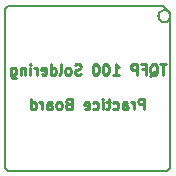
<source format=gbo>
G04 (created by PCBNEW-RS274X (2012-01-19 BZR 3256)-stable) date 21/01/2013 18:38:03*
G01*
G70*
G90*
%MOIN*%
G04 Gerber Fmt 3.4, Leading zero omitted, Abs format*
%FSLAX34Y34*%
G04 APERTURE LIST*
%ADD10C,0.006000*%
%ADD11C,0.008800*%
%ADD12C,0.008000*%
G04 APERTURE END LIST*
G54D10*
G54D11*
X56609Y-50201D02*
X56409Y-50201D01*
X56509Y-50551D02*
X56509Y-50201D01*
X56058Y-50584D02*
X56092Y-50567D01*
X56125Y-50534D01*
X56175Y-50484D01*
X56208Y-50467D01*
X56242Y-50467D01*
X56225Y-50551D02*
X56258Y-50534D01*
X56292Y-50501D01*
X56308Y-50434D01*
X56308Y-50317D01*
X56292Y-50251D01*
X56258Y-50217D01*
X56225Y-50201D01*
X56158Y-50201D01*
X56125Y-50217D01*
X56092Y-50251D01*
X56075Y-50317D01*
X56075Y-50434D01*
X56092Y-50501D01*
X56125Y-50534D01*
X56158Y-50551D01*
X56225Y-50551D01*
X55808Y-50367D02*
X55925Y-50367D01*
X55925Y-50551D02*
X55925Y-50201D01*
X55758Y-50201D01*
X55625Y-50551D02*
X55625Y-50201D01*
X55491Y-50201D01*
X55458Y-50217D01*
X55441Y-50234D01*
X55425Y-50267D01*
X55425Y-50317D01*
X55441Y-50351D01*
X55458Y-50367D01*
X55491Y-50384D01*
X55625Y-50384D01*
X54824Y-50551D02*
X55024Y-50551D01*
X54924Y-50551D02*
X54924Y-50201D01*
X54958Y-50251D01*
X54991Y-50284D01*
X55024Y-50301D01*
X54608Y-50201D02*
X54575Y-50201D01*
X54541Y-50217D01*
X54525Y-50234D01*
X54508Y-50267D01*
X54491Y-50334D01*
X54491Y-50417D01*
X54508Y-50484D01*
X54525Y-50517D01*
X54541Y-50534D01*
X54575Y-50551D01*
X54608Y-50551D01*
X54641Y-50534D01*
X54658Y-50517D01*
X54675Y-50484D01*
X54691Y-50417D01*
X54691Y-50334D01*
X54675Y-50267D01*
X54658Y-50234D01*
X54641Y-50217D01*
X54608Y-50201D01*
X54275Y-50201D02*
X54242Y-50201D01*
X54208Y-50217D01*
X54192Y-50234D01*
X54175Y-50267D01*
X54158Y-50334D01*
X54158Y-50417D01*
X54175Y-50484D01*
X54192Y-50517D01*
X54208Y-50534D01*
X54242Y-50551D01*
X54275Y-50551D01*
X54308Y-50534D01*
X54325Y-50517D01*
X54342Y-50484D01*
X54358Y-50417D01*
X54358Y-50334D01*
X54342Y-50267D01*
X54325Y-50234D01*
X54308Y-50217D01*
X54275Y-50201D01*
X53758Y-50534D02*
X53708Y-50551D01*
X53625Y-50551D01*
X53592Y-50534D01*
X53575Y-50517D01*
X53558Y-50484D01*
X53558Y-50451D01*
X53575Y-50417D01*
X53592Y-50401D01*
X53625Y-50384D01*
X53692Y-50367D01*
X53725Y-50351D01*
X53742Y-50334D01*
X53758Y-50301D01*
X53758Y-50267D01*
X53742Y-50234D01*
X53725Y-50217D01*
X53692Y-50201D01*
X53608Y-50201D01*
X53558Y-50217D01*
X53359Y-50551D02*
X53392Y-50534D01*
X53409Y-50517D01*
X53425Y-50484D01*
X53425Y-50384D01*
X53409Y-50351D01*
X53392Y-50334D01*
X53359Y-50317D01*
X53309Y-50317D01*
X53275Y-50334D01*
X53259Y-50351D01*
X53242Y-50384D01*
X53242Y-50484D01*
X53259Y-50517D01*
X53275Y-50534D01*
X53309Y-50551D01*
X53359Y-50551D01*
X53042Y-50551D02*
X53075Y-50534D01*
X53092Y-50501D01*
X53092Y-50201D01*
X52759Y-50551D02*
X52759Y-50201D01*
X52759Y-50534D02*
X52792Y-50551D01*
X52859Y-50551D01*
X52892Y-50534D01*
X52909Y-50517D01*
X52925Y-50484D01*
X52925Y-50384D01*
X52909Y-50351D01*
X52892Y-50334D01*
X52859Y-50317D01*
X52792Y-50317D01*
X52759Y-50334D01*
X52458Y-50534D02*
X52492Y-50551D01*
X52558Y-50551D01*
X52592Y-50534D01*
X52608Y-50501D01*
X52608Y-50367D01*
X52592Y-50334D01*
X52558Y-50317D01*
X52492Y-50317D01*
X52458Y-50334D01*
X52442Y-50367D01*
X52442Y-50401D01*
X52608Y-50434D01*
X52292Y-50551D02*
X52292Y-50317D01*
X52292Y-50384D02*
X52275Y-50351D01*
X52258Y-50334D01*
X52225Y-50317D01*
X52192Y-50317D01*
X52075Y-50551D02*
X52075Y-50317D01*
X52075Y-50201D02*
X52091Y-50217D01*
X52075Y-50234D01*
X52058Y-50217D01*
X52075Y-50201D01*
X52075Y-50234D01*
X51908Y-50317D02*
X51908Y-50551D01*
X51908Y-50351D02*
X51891Y-50334D01*
X51858Y-50317D01*
X51808Y-50317D01*
X51774Y-50334D01*
X51758Y-50367D01*
X51758Y-50551D01*
X51441Y-50317D02*
X51441Y-50601D01*
X51457Y-50634D01*
X51474Y-50651D01*
X51507Y-50667D01*
X51557Y-50667D01*
X51591Y-50651D01*
X51441Y-50534D02*
X51474Y-50551D01*
X51541Y-50551D01*
X51574Y-50534D01*
X51591Y-50517D01*
X51607Y-50484D01*
X51607Y-50384D01*
X51591Y-50351D01*
X51574Y-50334D01*
X51541Y-50317D01*
X51474Y-50317D01*
X51441Y-50334D01*
X55885Y-51707D02*
X55885Y-51357D01*
X55751Y-51357D01*
X55718Y-51373D01*
X55701Y-51390D01*
X55685Y-51423D01*
X55685Y-51473D01*
X55701Y-51507D01*
X55718Y-51523D01*
X55751Y-51540D01*
X55885Y-51540D01*
X55535Y-51707D02*
X55535Y-51473D01*
X55535Y-51540D02*
X55518Y-51507D01*
X55501Y-51490D01*
X55468Y-51473D01*
X55435Y-51473D01*
X55168Y-51707D02*
X55168Y-51523D01*
X55184Y-51490D01*
X55218Y-51473D01*
X55284Y-51473D01*
X55318Y-51490D01*
X55168Y-51690D02*
X55201Y-51707D01*
X55284Y-51707D01*
X55318Y-51690D01*
X55334Y-51657D01*
X55334Y-51623D01*
X55318Y-51590D01*
X55284Y-51573D01*
X55201Y-51573D01*
X55168Y-51557D01*
X54851Y-51690D02*
X54884Y-51707D01*
X54951Y-51707D01*
X54984Y-51690D01*
X55001Y-51673D01*
X55017Y-51640D01*
X55017Y-51540D01*
X55001Y-51507D01*
X54984Y-51490D01*
X54951Y-51473D01*
X54884Y-51473D01*
X54851Y-51490D01*
X54751Y-51473D02*
X54617Y-51473D01*
X54701Y-51357D02*
X54701Y-51657D01*
X54684Y-51690D01*
X54651Y-51707D01*
X54617Y-51707D01*
X54501Y-51707D02*
X54501Y-51473D01*
X54501Y-51357D02*
X54517Y-51373D01*
X54501Y-51390D01*
X54484Y-51373D01*
X54501Y-51357D01*
X54501Y-51390D01*
X54184Y-51690D02*
X54217Y-51707D01*
X54284Y-51707D01*
X54317Y-51690D01*
X54334Y-51673D01*
X54350Y-51640D01*
X54350Y-51540D01*
X54334Y-51507D01*
X54317Y-51490D01*
X54284Y-51473D01*
X54217Y-51473D01*
X54184Y-51490D01*
X53900Y-51690D02*
X53934Y-51707D01*
X54000Y-51707D01*
X54034Y-51690D01*
X54050Y-51657D01*
X54050Y-51523D01*
X54034Y-51490D01*
X54000Y-51473D01*
X53934Y-51473D01*
X53900Y-51490D01*
X53884Y-51523D01*
X53884Y-51557D01*
X54050Y-51590D01*
X53350Y-51523D02*
X53300Y-51540D01*
X53283Y-51557D01*
X53267Y-51590D01*
X53267Y-51640D01*
X53283Y-51673D01*
X53300Y-51690D01*
X53333Y-51707D01*
X53467Y-51707D01*
X53467Y-51357D01*
X53350Y-51357D01*
X53317Y-51373D01*
X53300Y-51390D01*
X53283Y-51423D01*
X53283Y-51457D01*
X53300Y-51490D01*
X53317Y-51507D01*
X53350Y-51523D01*
X53467Y-51523D01*
X53067Y-51707D02*
X53100Y-51690D01*
X53117Y-51673D01*
X53133Y-51640D01*
X53133Y-51540D01*
X53117Y-51507D01*
X53100Y-51490D01*
X53067Y-51473D01*
X53017Y-51473D01*
X52983Y-51490D01*
X52967Y-51507D01*
X52950Y-51540D01*
X52950Y-51640D01*
X52967Y-51673D01*
X52983Y-51690D01*
X53017Y-51707D01*
X53067Y-51707D01*
X52650Y-51707D02*
X52650Y-51523D01*
X52666Y-51490D01*
X52700Y-51473D01*
X52766Y-51473D01*
X52800Y-51490D01*
X52650Y-51690D02*
X52683Y-51707D01*
X52766Y-51707D01*
X52800Y-51690D01*
X52816Y-51657D01*
X52816Y-51623D01*
X52800Y-51590D01*
X52766Y-51573D01*
X52683Y-51573D01*
X52650Y-51557D01*
X52483Y-51707D02*
X52483Y-51473D01*
X52483Y-51540D02*
X52466Y-51507D01*
X52449Y-51490D01*
X52416Y-51473D01*
X52383Y-51473D01*
X52116Y-51707D02*
X52116Y-51357D01*
X52116Y-51690D02*
X52149Y-51707D01*
X52216Y-51707D01*
X52249Y-51690D01*
X52266Y-51673D01*
X52282Y-51640D01*
X52282Y-51540D01*
X52266Y-51507D01*
X52249Y-51490D01*
X52216Y-51473D01*
X52149Y-51473D01*
X52116Y-51490D01*
G54D12*
X56750Y-48600D02*
X56746Y-48638D01*
X56734Y-48676D01*
X56716Y-48710D01*
X56691Y-48740D01*
X56661Y-48765D01*
X56627Y-48784D01*
X56590Y-48795D01*
X56551Y-48799D01*
X56513Y-48796D01*
X56476Y-48785D01*
X56441Y-48767D01*
X56411Y-48742D01*
X56385Y-48712D01*
X56367Y-48678D01*
X56355Y-48641D01*
X56351Y-48602D01*
X56354Y-48564D01*
X56365Y-48527D01*
X56382Y-48492D01*
X56407Y-48462D01*
X56436Y-48436D01*
X56470Y-48417D01*
X56508Y-48405D01*
X56546Y-48401D01*
X56584Y-48404D01*
X56622Y-48414D01*
X56657Y-48432D01*
X56687Y-48456D01*
X56713Y-48485D01*
X56732Y-48519D01*
X56745Y-48556D01*
X56749Y-48595D01*
X56750Y-48600D01*
X56500Y-48250D02*
X56750Y-48500D01*
X56650Y-53750D02*
X56750Y-53650D01*
X51350Y-53750D02*
X51250Y-53650D01*
X51250Y-48350D02*
X51350Y-48250D01*
X56750Y-48500D02*
X56750Y-53650D01*
X56650Y-53750D02*
X51350Y-53750D01*
X51250Y-53650D02*
X51250Y-48350D01*
X51350Y-48250D02*
X56500Y-48250D01*
M02*

</source>
